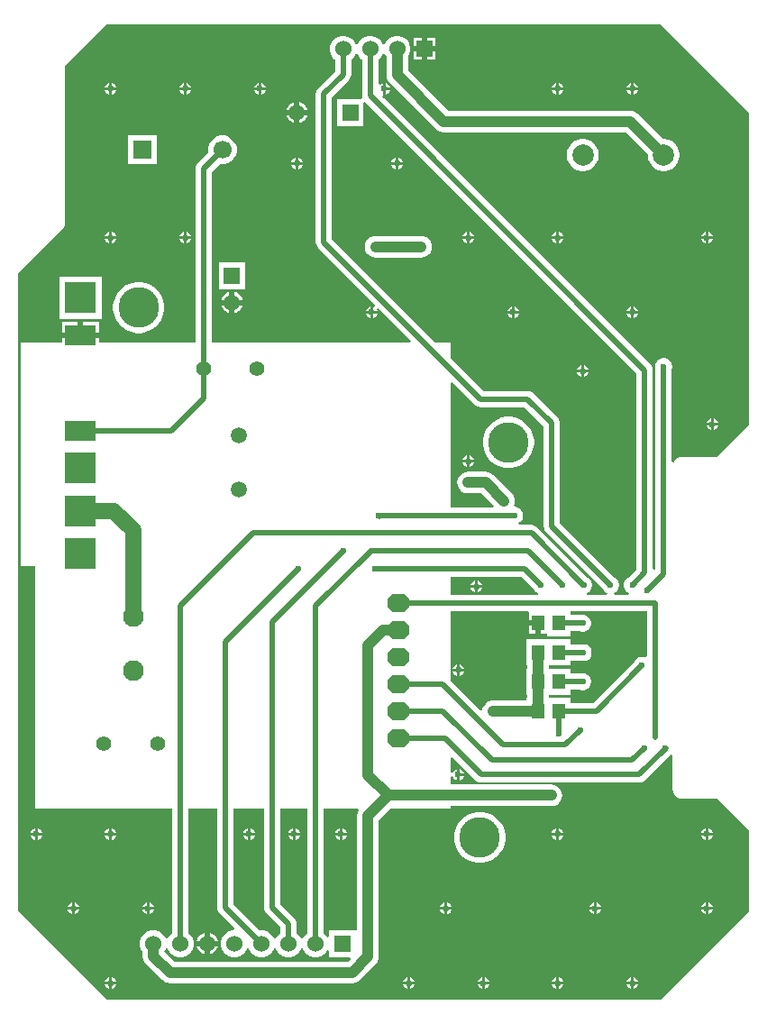
<source format=gbl>
G04*
G04 #@! TF.GenerationSoftware,Altium Limited,Altium Designer,23.4.1 (23)*
G04*
G04 Layer_Physical_Order=2*
G04 Layer_Color=16711680*
%FSLAX25Y25*%
%MOIN*%
G70*
G04*
G04 #@! TF.SameCoordinates,90884238-BF1D-4E64-AC19-F0AC37931AF7*
G04*
G04*
G04 #@! TF.FilePolarity,Positive*
G04*
G01*
G75*
%ADD18C,0.02000*%
%ADD70R,0.04724X0.05709*%
%ADD71C,0.04000*%
%ADD72C,0.06000*%
%ADD73C,0.14961*%
%ADD74C,0.06000*%
%ADD75R,0.06000X0.06000*%
G04:AMPARAMS|DCode=76|XSize=80mil|YSize=63.94mil|CornerRadius=0mil|HoleSize=0mil|Usage=FLASHONLY|Rotation=180.000|XOffset=0mil|YOffset=0mil|HoleType=Round|Shape=Octagon|*
%AMOCTAGOND76*
4,1,8,-0.04000,0.01598,-0.04000,-0.01598,-0.02402,-0.03197,0.02402,-0.03197,0.04000,-0.01598,0.04000,0.01598,0.02402,0.03197,-0.02402,0.03197,-0.04000,0.01598,0.0*
%
%ADD76OCTAGOND76*%

%ADD77R,0.11811X0.07617*%
%ADD78R,0.11811X0.11811*%
%ADD79C,0.07874*%
%ADD80C,0.07677*%
%ADD81R,0.05906X0.05906*%
%ADD82C,0.05906*%
%ADD83R,0.05906X0.05906*%
%ADD84C,0.05512*%
%ADD85R,0.06693X0.06693*%
%ADD86C,0.06693*%
%ADD87C,0.02362*%
G36*
X273901Y331509D02*
X273901Y216291D01*
X262009Y204399D01*
X249200D01*
X248268Y204277D01*
X247400Y203917D01*
X246655Y203345D01*
X246083Y202600D01*
X245955Y202290D01*
X245255Y202429D01*
Y236664D01*
X245410Y237244D01*
Y238073D01*
X245196Y238874D01*
X244781Y239593D01*
X244195Y240179D01*
X243476Y240594D01*
X242675Y240808D01*
X241846D01*
X241045Y240594D01*
X240327Y240179D01*
X239740Y239593D01*
X239326Y238874D01*
X239111Y238073D01*
Y237244D01*
X239266Y236664D01*
Y162671D01*
X238994Y162468D01*
X238294Y162820D01*
Y236400D01*
X238192Y237175D01*
X237893Y237897D01*
X237417Y238517D01*
X138317Y337617D01*
X138470Y338014D01*
X138500Y338053D01*
Y340445D01*
Y342599D01*
X137765Y342294D01*
X137394Y341924D01*
X136694Y342214D01*
Y351092D01*
X136751Y351124D01*
X137676Y352049D01*
X138330Y353182D01*
X138338Y353211D01*
X139062D01*
X139070Y353182D01*
X139697Y352096D01*
Y345700D01*
X139834Y344664D01*
X140234Y343699D01*
X140870Y342870D01*
X158170Y325570D01*
X158999Y324934D01*
X159964Y324534D01*
X161000Y324397D01*
X228103D01*
X236355Y316145D01*
Y315318D01*
X236582Y314177D01*
X237027Y313103D01*
X237673Y312136D01*
X238496Y311313D01*
X239463Y310667D01*
X240538Y310221D01*
X241679Y309995D01*
X242842D01*
X243983Y310221D01*
X245058Y310667D01*
X246025Y311313D01*
X246848Y312136D01*
X247494Y313103D01*
X247939Y314177D01*
X248166Y315318D01*
Y316482D01*
X247939Y317623D01*
X247494Y318697D01*
X246848Y319665D01*
X246025Y320487D01*
X245058Y321133D01*
X243983Y321579D01*
X242842Y321806D01*
X242016D01*
X232591Y331230D01*
X231762Y331867D01*
X230797Y332266D01*
X229761Y332403D01*
X162658D01*
X147703Y347358D01*
Y352096D01*
X148330Y353182D01*
X148669Y354446D01*
Y355754D01*
X148330Y357018D01*
X147676Y358151D01*
X146751Y359076D01*
X145618Y359730D01*
X144354Y360068D01*
X143046D01*
X141782Y359730D01*
X140649Y359076D01*
X139724Y358151D01*
X139070Y357018D01*
X139062Y356989D01*
X138338D01*
X138330Y357018D01*
X137676Y358151D01*
X136751Y359076D01*
X135618Y359730D01*
X134354Y360068D01*
X133046D01*
X131782Y359730D01*
X130649Y359076D01*
X129724Y358151D01*
X129070Y357018D01*
X129062Y356989D01*
X128338D01*
X128330Y357018D01*
X127676Y358151D01*
X126751Y359076D01*
X125618Y359730D01*
X124354Y360068D01*
X123046D01*
X121782Y359730D01*
X120649Y359076D01*
X119724Y358151D01*
X119070Y357018D01*
X118731Y355754D01*
Y354446D01*
X119070Y353182D01*
X119724Y352049D01*
X120649Y351124D01*
X120706Y351092D01*
Y346940D01*
X114483Y340717D01*
X114007Y340097D01*
X113708Y339375D01*
X113606Y338600D01*
Y283600D01*
X113708Y282825D01*
X114007Y282103D01*
X114483Y281483D01*
X135664Y260301D01*
X135268Y259708D01*
X134752Y259922D01*
Y258268D01*
X136406D01*
X136192Y258784D01*
X136785Y259180D01*
X148819Y247147D01*
X148551Y246500D01*
X75057D01*
Y309559D01*
X78064Y312565D01*
X78364Y312485D01*
X79764D01*
X81115Y312847D01*
X82327Y313547D01*
X83317Y314536D01*
X84017Y315749D01*
X84379Y317100D01*
Y318500D01*
X84017Y319851D01*
X83317Y321063D01*
X82327Y322053D01*
X81115Y322753D01*
X79764Y323115D01*
X78364D01*
X77012Y322753D01*
X75800Y322053D01*
X74811Y321063D01*
X74111Y319851D01*
X73749Y318500D01*
Y317100D01*
X73829Y316800D01*
X69945Y312916D01*
X69469Y312296D01*
X69170Y311574D01*
X69068Y310799D01*
Y246500D01*
X33517D01*
Y248300D01*
X26612D01*
X19706D01*
Y246500D01*
X9700D01*
Y246500D01*
X4600D01*
Y163900D01*
X9700D01*
Y74394D01*
X60506Y74394D01*
Y28308D01*
X60449Y28276D01*
X59524Y27351D01*
X58870Y26218D01*
X58862Y26189D01*
X58138D01*
X58130Y26218D01*
X57476Y27351D01*
X56551Y28276D01*
X55418Y28930D01*
X54154Y29269D01*
X52846D01*
X51582Y28930D01*
X50449Y28276D01*
X49524Y27351D01*
X48870Y26218D01*
X48531Y24954D01*
Y23646D01*
X48870Y22382D01*
X49524Y21249D01*
X49661Y21112D01*
Y19736D01*
X49798Y18700D01*
X50197Y17735D01*
X50834Y16906D01*
X56870Y10870D01*
X57699Y10233D01*
X58099Y10068D01*
X58664Y9834D01*
X59700Y9697D01*
X127100D01*
X128136Y9834D01*
X129101Y10233D01*
X129930Y10870D01*
X135830Y16770D01*
X136467Y17599D01*
X136866Y18564D01*
X137003Y19600D01*
Y70042D01*
X141355Y74394D01*
X163500D01*
Y75097D01*
X200700D01*
X201736Y75234D01*
X202701Y75634D01*
X203530Y76270D01*
X204167Y77099D01*
X204566Y78064D01*
X204703Y79100D01*
X204566Y80136D01*
X204167Y81101D01*
X203530Y81930D01*
X202701Y82566D01*
X201736Y82966D01*
X200700Y83103D01*
X163500D01*
Y86031D01*
X164200Y86170D01*
X164451Y85565D01*
X165065Y84951D01*
X165800Y84646D01*
Y86800D01*
Y88954D01*
X165065Y88649D01*
X164451Y88036D01*
X164200Y87430D01*
X163500Y87569D01*
Y92951D01*
X164147Y93219D01*
X172651Y84714D01*
X173271Y84238D01*
X173994Y83939D01*
X174768Y83837D01*
X233268D01*
X234043Y83939D01*
X234766Y84238D01*
X235386Y84714D01*
X244766Y94094D01*
X244913Y94180D01*
X245601Y93877D01*
Y81500D01*
X245723Y80568D01*
X246083Y79700D01*
X246655Y78955D01*
X247400Y78383D01*
X248268Y78023D01*
X249200Y77901D01*
X262009D01*
X273801Y66109D01*
Y36391D01*
X241009Y3599D01*
X36491D01*
X3599Y36491D01*
Y272209D01*
X19845Y288455D01*
X20417Y289200D01*
X20777Y290068D01*
X20899Y291000D01*
Y348809D01*
X36491Y364401D01*
X241009Y364401D01*
X273901Y331509D01*
D02*
G37*
G36*
X129070Y353182D02*
X129724Y352049D01*
X130649Y351124D01*
X130706Y351092D01*
Y338000D01*
X130802Y337269D01*
X130798Y337208D01*
X130425Y336569D01*
X121433D01*
Y326727D01*
X131276D01*
Y335200D01*
X131976Y335490D01*
X232306Y235160D01*
Y162740D01*
X229286Y159721D01*
X228766Y159420D01*
X228180Y158834D01*
X227765Y158116D01*
X227550Y157315D01*
Y156485D01*
X227765Y155684D01*
X228180Y154966D01*
X228766Y154380D01*
X229434Y153994D01*
X229451Y153930D01*
X229106Y153294D01*
X224194D01*
X223849Y153930D01*
X223866Y153994D01*
X224534Y154380D01*
X225120Y154966D01*
X225535Y155684D01*
X225750Y156485D01*
Y157315D01*
X225535Y158116D01*
X225120Y158834D01*
X224534Y159420D01*
X224014Y159721D01*
X203894Y179840D01*
Y216800D01*
X203792Y217575D01*
X203617Y217998D01*
X203493Y218297D01*
X203017Y218917D01*
X194117Y227817D01*
X193497Y228293D01*
X192775Y228592D01*
X192000Y228694D01*
X175740D01*
X163500Y240934D01*
Y246500D01*
X157934D01*
X119594Y284840D01*
Y337360D01*
X125817Y343583D01*
X126293Y344203D01*
X126592Y344925D01*
X126694Y345700D01*
Y351092D01*
X126751Y351124D01*
X127676Y352049D01*
X128330Y353182D01*
X128338Y353211D01*
X129062D01*
X129070Y353182D01*
D02*
G37*
G36*
X172383Y223583D02*
X173003Y223107D01*
X173725Y222808D01*
X174500Y222706D01*
X190760D01*
X197906Y215560D01*
Y178600D01*
X198008Y177825D01*
X198307Y177103D01*
X198783Y176483D01*
X219779Y155486D01*
X220080Y154966D01*
X220666Y154380D01*
X221334Y153994D01*
X221352Y153930D01*
X221006Y153294D01*
X217164D01*
X216784Y153244D01*
X213930D01*
X213838Y153944D01*
X213916Y153965D01*
X214634Y154380D01*
X215220Y154966D01*
X215635Y155684D01*
X215850Y156485D01*
Y157315D01*
X215635Y158116D01*
X215220Y158834D01*
X214634Y159420D01*
X214114Y159721D01*
X195617Y178217D01*
X194997Y178693D01*
X194275Y178992D01*
X193500Y179094D01*
X188727D01*
X188539Y179794D01*
X189034Y180080D01*
X189620Y180666D01*
X190035Y181384D01*
X190250Y182185D01*
Y183015D01*
X190035Y183816D01*
X189620Y184534D01*
X189034Y185120D01*
X188316Y185535D01*
X187515Y185750D01*
X187421D01*
X186953Y186450D01*
X187166Y186964D01*
X187303Y188000D01*
X187166Y189036D01*
X186767Y190001D01*
X186130Y190830D01*
X179330Y197630D01*
X178501Y198266D01*
X177536Y198666D01*
X176500Y198803D01*
X169900D01*
X168864Y198666D01*
X167899Y198266D01*
X167070Y197630D01*
X166434Y196801D01*
X166034Y195836D01*
X165897Y194800D01*
X166034Y193764D01*
X166434Y192799D01*
X167070Y191970D01*
X167899Y191333D01*
X168864Y190934D01*
X169900Y190797D01*
X174842D01*
X179398Y186241D01*
X179130Y185594D01*
X163500D01*
Y231551D01*
X164147Y231819D01*
X172383Y223583D01*
D02*
G37*
G36*
X194131Y155486D02*
X194432Y154966D01*
X195018Y154380D01*
X195736Y153965D01*
X195814Y153944D01*
X195722Y153244D01*
X163500D01*
Y159906D01*
X189712D01*
X194131Y155486D01*
D02*
G37*
G36*
X236048Y130470D02*
X235572Y130195D01*
X235348Y130153D01*
X234615Y130350D01*
X233785D01*
X232984Y130135D01*
X232266Y129720D01*
X231680Y129134D01*
X231379Y128614D01*
X216160Y113394D01*
X207968D01*
Y115223D01*
X199766D01*
Y116377D01*
X207968D01*
Y118206D01*
X211405D01*
X211985Y118050D01*
X212815D01*
X213616Y118265D01*
X214334Y118680D01*
X214920Y119266D01*
X215335Y119984D01*
X215550Y120785D01*
Y121615D01*
X215335Y122416D01*
X214920Y123134D01*
X214334Y123720D01*
X213616Y124135D01*
X212815Y124350D01*
X211985D01*
X211405Y124194D01*
X207968D01*
Y126023D01*
X199766D01*
Y127177D01*
X207968D01*
Y128906D01*
X211505D01*
X212085Y128750D01*
X212915D01*
X213716Y128965D01*
X214434Y129380D01*
X215020Y129966D01*
X215435Y130684D01*
X215650Y131485D01*
Y132315D01*
X215435Y133116D01*
X215020Y133834D01*
X214434Y134420D01*
X213716Y134835D01*
X212915Y135050D01*
X212085D01*
X211505Y134894D01*
X207968D01*
Y136823D01*
X191432D01*
Y127177D01*
X191760D01*
Y126023D01*
X191432D01*
Y116377D01*
X191760D01*
Y115223D01*
X191432D01*
Y114403D01*
X179400D01*
X178364Y114266D01*
X177798Y114032D01*
X177399Y113866D01*
X176570Y113230D01*
X176370Y113030D01*
X175733Y112201D01*
X175334Y111236D01*
X175259Y110666D01*
X174520Y110415D01*
X163500Y121434D01*
Y147256D01*
X192163D01*
X192401Y146654D01*
X192401Y146556D01*
Y143800D01*
X195763D01*
Y142800D01*
X196763D01*
Y138946D01*
X198606D01*
X199125Y138946D01*
X199306Y138321D01*
Y137977D01*
X207968D01*
Y139806D01*
X211405D01*
X211985Y139650D01*
X212815D01*
X213616Y139865D01*
X214334Y140280D01*
X214920Y140866D01*
X215335Y141584D01*
X215550Y142385D01*
Y143215D01*
X215335Y144016D01*
X214920Y144734D01*
X214334Y145320D01*
X213616Y145735D01*
X212815Y145950D01*
X211985D01*
X211405Y145794D01*
X207968D01*
Y147256D01*
X217114D01*
X217494Y147306D01*
X236048D01*
Y130470D01*
D02*
G37*
G36*
X129584Y73767D02*
X129534Y73701D01*
X129134Y72736D01*
X128997Y71700D01*
Y29682D01*
X128469Y29269D01*
X118532D01*
Y26922D01*
X117832Y26735D01*
X117476Y27351D01*
X116551Y28276D01*
X116494Y28308D01*
Y74394D01*
X129274Y74394D01*
X129584Y73767D01*
D02*
G37*
G36*
X110506Y28308D02*
X110449Y28276D01*
X109524Y27351D01*
X108870Y26218D01*
X108862Y26189D01*
X108138D01*
X108130Y26218D01*
X107476Y27351D01*
X106551Y28276D01*
X106494Y28308D01*
Y31600D01*
X106392Y32375D01*
X106093Y33097D01*
X105617Y33717D01*
X100463Y38872D01*
Y74394D01*
X110506D01*
Y28308D01*
D02*
G37*
G36*
X94474Y37631D02*
X94576Y36857D01*
X94876Y36134D01*
X95351Y35514D01*
X95351Y35514D01*
X100506Y30360D01*
Y28308D01*
X100449Y28276D01*
X99524Y27351D01*
X98870Y26218D01*
X98862Y26189D01*
X98138D01*
X98130Y26218D01*
X97476Y27351D01*
X96551Y28276D01*
X95418Y28930D01*
X94154Y29269D01*
X92846D01*
X92783Y29252D01*
X83161Y38874D01*
X83161Y74394D01*
X94474D01*
Y37631D01*
D02*
G37*
G36*
X77172Y37633D02*
X77275Y36858D01*
X77574Y36136D01*
X78049Y35516D01*
X78049Y35516D01*
X83597Y29969D01*
X83307Y29269D01*
X82846D01*
X81582Y28930D01*
X80449Y28276D01*
X79524Y27351D01*
X78870Y26218D01*
X78531Y24954D01*
Y23646D01*
X78870Y22382D01*
X79524Y21249D01*
X80449Y20324D01*
X81582Y19670D01*
X82846Y19331D01*
X84154D01*
X85418Y19670D01*
X86551Y20324D01*
X87476Y21249D01*
X88130Y22382D01*
X88138Y22411D01*
X88862D01*
X88870Y22382D01*
X89524Y21249D01*
X90449Y20324D01*
X91582Y19670D01*
X92846Y19331D01*
X94154D01*
X95418Y19670D01*
X96551Y20324D01*
X97476Y21249D01*
X98130Y22382D01*
X98138Y22411D01*
X98862D01*
X98870Y22382D01*
X99524Y21249D01*
X100449Y20324D01*
X101582Y19670D01*
X102846Y19331D01*
X104154D01*
X105418Y19670D01*
X106551Y20324D01*
X107476Y21249D01*
X108130Y22382D01*
X108138Y22411D01*
X108862D01*
X108870Y22382D01*
X109524Y21249D01*
X110449Y20324D01*
X111582Y19670D01*
X112846Y19331D01*
X114154D01*
X115418Y19670D01*
X116551Y20324D01*
X117476Y21249D01*
X117832Y21865D01*
X118532Y21678D01*
Y19331D01*
X126156D01*
X126424Y18685D01*
X125442Y17703D01*
X61358D01*
X57667Y21394D01*
Y21580D01*
X58130Y22382D01*
X58138Y22411D01*
X58862D01*
X58870Y22382D01*
X59524Y21249D01*
X60449Y20324D01*
X61582Y19670D01*
X62846Y19331D01*
X64154D01*
X65418Y19670D01*
X66551Y20324D01*
X67476Y21249D01*
X68130Y22382D01*
X68468Y23646D01*
Y24954D01*
X68130Y26218D01*
X67476Y27351D01*
X66551Y28276D01*
X66494Y28308D01*
Y74394D01*
X77172D01*
X77172Y37633D01*
D02*
G37*
%LPC*%
G36*
X157700Y359100D02*
X154700D01*
Y356100D01*
X157700D01*
Y359100D01*
D02*
G37*
G36*
X152700D02*
X149700D01*
Y356100D01*
X152700D01*
Y359100D01*
D02*
G37*
G36*
X157700Y354100D02*
X154700D01*
Y351100D01*
X157700D01*
Y354100D01*
D02*
G37*
G36*
X152700D02*
X149700D01*
Y351100D01*
X152700D01*
Y354100D01*
D02*
G37*
G36*
X231209Y342599D02*
Y340945D01*
X232862D01*
X232558Y341681D01*
X231944Y342294D01*
X231209Y342599D01*
D02*
G37*
G36*
X230209D02*
X229473Y342294D01*
X228860Y341681D01*
X228555Y340945D01*
X230209D01*
Y342599D01*
D02*
G37*
G36*
X203650D02*
Y340945D01*
X205303D01*
X204999Y341681D01*
X204385Y342294D01*
X203650Y342599D01*
D02*
G37*
G36*
X202650D02*
X201914Y342294D01*
X201301Y341681D01*
X200996Y340945D01*
X202650D01*
Y342599D01*
D02*
G37*
G36*
X139500D02*
Y340945D01*
X141154D01*
X140849Y341681D01*
X140235Y342294D01*
X139500Y342599D01*
D02*
G37*
G36*
X93413D02*
Y340945D01*
X95067D01*
X94762Y341681D01*
X94149Y342294D01*
X93413Y342599D01*
D02*
G37*
G36*
X92413D02*
X91678Y342294D01*
X91064Y341681D01*
X90760Y340945D01*
X92413D01*
Y342599D01*
D02*
G37*
G36*
X65854D02*
Y340945D01*
X67508D01*
X67203Y341681D01*
X66590Y342294D01*
X65854Y342599D01*
D02*
G37*
G36*
X64854D02*
X64119Y342294D01*
X63505Y341681D01*
X63201Y340945D01*
X64854D01*
Y342599D01*
D02*
G37*
G36*
X38295D02*
Y340945D01*
X39949D01*
X39644Y341681D01*
X39031Y342294D01*
X38295Y342599D01*
D02*
G37*
G36*
X37295D02*
X36560Y342294D01*
X35946Y341681D01*
X35642Y340945D01*
X37295D01*
Y342599D01*
D02*
G37*
G36*
X232862Y339945D02*
X231209D01*
Y338291D01*
X231944Y338596D01*
X232558Y339210D01*
X232862Y339945D01*
D02*
G37*
G36*
X230209D02*
X228555D01*
X228860Y339210D01*
X229473Y338596D01*
X230209Y338291D01*
Y339945D01*
D02*
G37*
G36*
X205303D02*
X203650D01*
Y338291D01*
X204385Y338596D01*
X204999Y339210D01*
X205303Y339945D01*
D02*
G37*
G36*
X202650D02*
X200996D01*
X201301Y339210D01*
X201914Y338596D01*
X202650Y338291D01*
Y339945D01*
D02*
G37*
G36*
X141154D02*
X139500D01*
Y338291D01*
X140235Y338596D01*
X140849Y339210D01*
X141154Y339945D01*
D02*
G37*
G36*
X95067D02*
X93413D01*
Y338291D01*
X94149Y338596D01*
X94762Y339210D01*
X95067Y339945D01*
D02*
G37*
G36*
X92413D02*
X90760D01*
X91064Y339210D01*
X91678Y338596D01*
X92413Y338291D01*
Y339945D01*
D02*
G37*
G36*
X67508D02*
X65854D01*
Y338291D01*
X66590Y338596D01*
X67203Y339210D01*
X67508Y339945D01*
D02*
G37*
G36*
X64854D02*
X63201D01*
X63505Y339210D01*
X64119Y338596D01*
X64854Y338291D01*
Y339945D01*
D02*
G37*
G36*
X39949D02*
X38295D01*
Y338291D01*
X39031Y338596D01*
X39644Y339210D01*
X39949Y339945D01*
D02*
G37*
G36*
X37295D02*
X35642D01*
X35946Y339210D01*
X36560Y338596D01*
X37295Y338291D01*
Y339945D01*
D02*
G37*
G36*
X107669Y335472D02*
Y332648D01*
X110494D01*
X110353Y333174D01*
X109832Y334075D01*
X109096Y334811D01*
X108195Y335331D01*
X107669Y335472D01*
D02*
G37*
G36*
X105669Y335472D02*
X105144Y335331D01*
X104242Y334811D01*
X103506Y334075D01*
X102986Y333174D01*
X102845Y332648D01*
X105669D01*
Y335472D01*
D02*
G37*
G36*
Y330648D02*
X102845D01*
X102986Y330122D01*
X103506Y329221D01*
X104242Y328485D01*
X105144Y327965D01*
X105669Y327824D01*
Y330648D01*
D02*
G37*
G36*
X110494D02*
X107669D01*
Y327824D01*
X108195Y327965D01*
X109096Y328485D01*
X109832Y329221D01*
X110353Y330122D01*
X110494Y330648D01*
D02*
G37*
G36*
X107193Y315040D02*
Y313386D01*
X108847D01*
X108542Y314121D01*
X107928Y314735D01*
X107193Y315040D01*
D02*
G37*
G36*
X106193D02*
X105457Y314735D01*
X104844Y314121D01*
X104539Y313386D01*
X106193D01*
Y315040D01*
D02*
G37*
G36*
X54851Y323115D02*
X44221D01*
Y312485D01*
X54851D01*
Y323115D01*
D02*
G37*
G36*
X108847Y312386D02*
X107193D01*
Y310732D01*
X107928Y311037D01*
X108542Y311650D01*
X108847Y312386D01*
D02*
G37*
G36*
X106193D02*
X104539D01*
X104844Y311650D01*
X105457Y311037D01*
X106193Y310732D01*
Y312386D01*
D02*
G37*
G36*
X212921Y321806D02*
X211758D01*
X210617Y321579D01*
X209542Y321133D01*
X208575Y320487D01*
X207752Y319665D01*
X207106Y318697D01*
X206661Y317623D01*
X206434Y316482D01*
Y315318D01*
X206661Y314177D01*
X207106Y313103D01*
X207752Y312136D01*
X208575Y311313D01*
X209542Y310667D01*
X210617Y310221D01*
X211758Y309995D01*
X212921D01*
X214062Y310221D01*
X215137Y310667D01*
X216104Y311313D01*
X216927Y312136D01*
X217573Y313103D01*
X218018Y314177D01*
X218245Y315318D01*
Y316482D01*
X218018Y317623D01*
X217573Y318697D01*
X216927Y319665D01*
X216104Y320487D01*
X215137Y321133D01*
X214062Y321579D01*
X212921Y321806D01*
D02*
G37*
G36*
X258768Y287480D02*
Y285827D01*
X260421D01*
X260117Y286562D01*
X259503Y287176D01*
X258768Y287480D01*
D02*
G37*
G36*
X257768D02*
X257032Y287176D01*
X256419Y286562D01*
X256114Y285827D01*
X257768D01*
Y287480D01*
D02*
G37*
G36*
X203650D02*
Y285827D01*
X205303D01*
X204999Y286562D01*
X204385Y287176D01*
X203650Y287480D01*
D02*
G37*
G36*
X202650D02*
X201914Y287176D01*
X201301Y286562D01*
X200996Y285827D01*
X202650D01*
Y287480D01*
D02*
G37*
G36*
X65854D02*
Y285827D01*
X67508D01*
X67203Y286562D01*
X66590Y287176D01*
X65854Y287480D01*
D02*
G37*
G36*
X64854D02*
X64119Y287176D01*
X63505Y286562D01*
X63201Y285827D01*
X64854D01*
Y287480D01*
D02*
G37*
G36*
X38295D02*
Y285827D01*
X39949D01*
X39644Y286562D01*
X39031Y287176D01*
X38295Y287480D01*
D02*
G37*
G36*
X37295D02*
X36560Y287176D01*
X35946Y286562D01*
X35642Y285827D01*
X37295D01*
Y287480D01*
D02*
G37*
G36*
X260421Y284827D02*
X258768D01*
Y283173D01*
X259503Y283478D01*
X260117Y284091D01*
X260421Y284827D01*
D02*
G37*
G36*
X257768D02*
X256114D01*
X256419Y284091D01*
X257032Y283478D01*
X257768Y283173D01*
Y284827D01*
D02*
G37*
G36*
X205303D02*
X203650D01*
Y283173D01*
X204385Y283478D01*
X204999Y284091D01*
X205303Y284827D01*
D02*
G37*
G36*
X202650D02*
X200996D01*
X201301Y284091D01*
X201914Y283478D01*
X202650Y283173D01*
Y284827D01*
D02*
G37*
G36*
X67508D02*
X65854D01*
Y283173D01*
X66590Y283478D01*
X67203Y284091D01*
X67508Y284827D01*
D02*
G37*
G36*
X64854D02*
X63201D01*
X63505Y284091D01*
X64119Y283478D01*
X64854Y283173D01*
Y284827D01*
D02*
G37*
G36*
X39949D02*
X38295D01*
Y283173D01*
X39031Y283478D01*
X39644Y284091D01*
X39949Y284827D01*
D02*
G37*
G36*
X37295D02*
X35642D01*
X35946Y284091D01*
X36560Y283478D01*
X37295Y283173D01*
Y284827D01*
D02*
G37*
G36*
X87594Y276164D02*
X77751D01*
Y266321D01*
X87594D01*
Y276164D01*
D02*
G37*
G36*
X83672Y265224D02*
Y262400D01*
X86497D01*
X86356Y262926D01*
X85835Y263827D01*
X85099Y264563D01*
X84198Y265083D01*
X83672Y265224D01*
D02*
G37*
G36*
X81672D02*
X81147Y265083D01*
X80245Y264563D01*
X79509Y263827D01*
X78989Y262926D01*
X78848Y262400D01*
X81672D01*
Y265224D01*
D02*
G37*
G36*
X231209Y259922D02*
Y258268D01*
X232862D01*
X232558Y259003D01*
X231944Y259617D01*
X231209Y259922D01*
D02*
G37*
G36*
X230209D02*
X229473Y259617D01*
X228860Y259003D01*
X228555Y258268D01*
X230209D01*
Y259922D01*
D02*
G37*
G36*
X133752D02*
X133017Y259617D01*
X132403Y259003D01*
X132098Y258268D01*
X133752D01*
Y259922D01*
D02*
G37*
G36*
X81672Y260400D02*
X78848D01*
X78989Y259874D01*
X79509Y258973D01*
X80245Y258237D01*
X81147Y257717D01*
X81672Y257576D01*
Y260400D01*
D02*
G37*
G36*
X86497D02*
X83672D01*
Y257576D01*
X84198Y257717D01*
X85099Y258237D01*
X85835Y258973D01*
X86356Y259874D01*
X86497Y260400D01*
D02*
G37*
G36*
X232862Y257268D02*
X231209D01*
Y255614D01*
X231944Y255919D01*
X232558Y256532D01*
X232862Y257268D01*
D02*
G37*
G36*
X230209D02*
X228555D01*
X228860Y256532D01*
X229473Y255919D01*
X230209Y255614D01*
Y257268D01*
D02*
G37*
G36*
X136406D02*
X134752D01*
Y255614D01*
X135487Y255919D01*
X136101Y256532D01*
X136406Y257268D01*
D02*
G37*
G36*
X133752D02*
X132098D01*
X132403Y256532D01*
X133017Y255919D01*
X133752Y255614D01*
Y257268D01*
D02*
G37*
G36*
X34486Y271022D02*
X18738D01*
Y255274D01*
X34486D01*
Y271022D01*
D02*
G37*
G36*
X33517Y254109D02*
X27612D01*
Y250300D01*
X33517D01*
Y254109D01*
D02*
G37*
G36*
X25612D02*
X19706D01*
Y250300D01*
X25612D01*
Y254109D01*
D02*
G37*
G36*
X49031Y268949D02*
X47169D01*
X45344Y268586D01*
X43624Y267873D01*
X42077Y266839D01*
X40761Y265523D01*
X39727Y263976D01*
X39014Y262256D01*
X38651Y260431D01*
Y258569D01*
X39014Y256744D01*
X39727Y255024D01*
X40761Y253477D01*
X42077Y252161D01*
X43624Y251127D01*
X45344Y250414D01*
X47169Y250051D01*
X49031D01*
X50856Y250414D01*
X52576Y251127D01*
X54123Y252161D01*
X55439Y253477D01*
X56473Y255024D01*
X57186Y256744D01*
X57549Y258569D01*
Y260431D01*
X57186Y262256D01*
X56473Y263976D01*
X55439Y265523D01*
X54123Y266839D01*
X52576Y267873D01*
X50856Y268586D01*
X49031Y268949D01*
D02*
G37*
G36*
X260800Y218554D02*
Y216900D01*
X262454D01*
X262149Y217635D01*
X261536Y218249D01*
X260800Y218554D01*
D02*
G37*
G36*
X259800D02*
X259065Y218249D01*
X258451Y217635D01*
X258146Y216900D01*
X259800D01*
Y218554D01*
D02*
G37*
G36*
X262454Y215900D02*
X260800D01*
Y214246D01*
X261536Y214551D01*
X262149Y215164D01*
X262454Y215900D01*
D02*
G37*
G36*
X259800D02*
X258146D01*
X258451Y215164D01*
X259065Y214551D01*
X259800Y214246D01*
Y215900D01*
D02*
G37*
G36*
X166800Y88954D02*
Y87300D01*
X168454D01*
X168149Y88036D01*
X167535Y88649D01*
X166800Y88954D01*
D02*
G37*
G36*
X168454Y86300D02*
X166800D01*
Y84646D01*
X167535Y84951D01*
X168149Y85565D01*
X168454Y86300D01*
D02*
G37*
G36*
X258768Y67008D02*
Y65354D01*
X260421D01*
X260117Y66090D01*
X259503Y66703D01*
X258768Y67008D01*
D02*
G37*
G36*
X257768D02*
X257032Y66703D01*
X256419Y66090D01*
X256114Y65354D01*
X257768D01*
Y67008D01*
D02*
G37*
G36*
X203650D02*
Y65354D01*
X205303D01*
X204999Y66090D01*
X204385Y66703D01*
X203650Y67008D01*
D02*
G37*
G36*
X202650D02*
X201914Y66703D01*
X201301Y66090D01*
X200996Y65354D01*
X202650D01*
Y67008D01*
D02*
G37*
G36*
X38295D02*
Y65354D01*
X39949D01*
X39644Y66090D01*
X39031Y66703D01*
X38295Y67008D01*
D02*
G37*
G36*
X37295D02*
X36560Y66703D01*
X35946Y66090D01*
X35642Y65354D01*
X37295D01*
Y67008D01*
D02*
G37*
G36*
X10736D02*
Y65354D01*
X12390D01*
X12085Y66090D01*
X11472Y66703D01*
X10736Y67008D01*
D02*
G37*
G36*
X9736D02*
X9001Y66703D01*
X8387Y66090D01*
X8083Y65354D01*
X9736D01*
Y67008D01*
D02*
G37*
G36*
X260421Y64354D02*
X258768D01*
Y62701D01*
X259503Y63005D01*
X260117Y63619D01*
X260421Y64354D01*
D02*
G37*
G36*
X257768D02*
X256114D01*
X256419Y63619D01*
X257032Y63005D01*
X257768Y62701D01*
Y64354D01*
D02*
G37*
G36*
X205303D02*
X203650D01*
Y62701D01*
X204385Y63005D01*
X204999Y63619D01*
X205303Y64354D01*
D02*
G37*
G36*
X202650D02*
X200996D01*
X201301Y63619D01*
X201914Y63005D01*
X202650Y62701D01*
Y64354D01*
D02*
G37*
G36*
X39949D02*
X38295D01*
Y62701D01*
X39031Y63005D01*
X39644Y63619D01*
X39949Y64354D01*
D02*
G37*
G36*
X37295D02*
X35642D01*
X35946Y63619D01*
X36560Y63005D01*
X37295Y62701D01*
Y64354D01*
D02*
G37*
G36*
X12390D02*
X10736D01*
Y62701D01*
X11472Y63005D01*
X12085Y63619D01*
X12390Y64354D01*
D02*
G37*
G36*
X9736D02*
X8083D01*
X8387Y63619D01*
X9001Y63005D01*
X9736Y62701D01*
Y64354D01*
D02*
G37*
G36*
X175231Y73049D02*
X173369D01*
X171544Y72686D01*
X169824Y71973D01*
X168277Y70939D01*
X166961Y69623D01*
X165927Y68076D01*
X165214Y66356D01*
X164851Y64531D01*
Y62669D01*
X165214Y60844D01*
X165927Y59124D01*
X166961Y57577D01*
X168277Y56261D01*
X169824Y55227D01*
X171544Y54514D01*
X173369Y54151D01*
X175231D01*
X177056Y54514D01*
X178776Y55227D01*
X180323Y56261D01*
X181639Y57577D01*
X182673Y59124D01*
X183386Y60844D01*
X183749Y62669D01*
Y64531D01*
X183386Y66356D01*
X182673Y68076D01*
X181639Y69623D01*
X180323Y70939D01*
X178776Y71973D01*
X177056Y72686D01*
X175231Y73049D01*
D02*
G37*
G36*
X258768Y39449D02*
Y37795D01*
X260421D01*
X260117Y38531D01*
X259503Y39144D01*
X258768Y39449D01*
D02*
G37*
G36*
X257768D02*
X257032Y39144D01*
X256419Y38531D01*
X256114Y37795D01*
X257768D01*
Y39449D01*
D02*
G37*
G36*
X217429D02*
Y37795D01*
X219083D01*
X218778Y38531D01*
X218165Y39144D01*
X217429Y39449D01*
D02*
G37*
G36*
X216429D02*
X215694Y39144D01*
X215080Y38531D01*
X214775Y37795D01*
X216429D01*
Y39449D01*
D02*
G37*
G36*
X162311D02*
Y37795D01*
X163965D01*
X163660Y38531D01*
X163047Y39144D01*
X162311Y39449D01*
D02*
G37*
G36*
X161311D02*
X160576Y39144D01*
X159962Y38531D01*
X159657Y37795D01*
X161311D01*
Y39449D01*
D02*
G37*
G36*
X52075D02*
Y37795D01*
X53728D01*
X53424Y38531D01*
X52810Y39144D01*
X52075Y39449D01*
D02*
G37*
G36*
X51075D02*
X50339Y39144D01*
X49726Y38531D01*
X49421Y37795D01*
X51075D01*
Y39449D01*
D02*
G37*
G36*
X24516D02*
Y37795D01*
X26169D01*
X25865Y38531D01*
X25251Y39144D01*
X24516Y39449D01*
D02*
G37*
G36*
X23516D02*
X22780Y39144D01*
X22167Y38531D01*
X21862Y37795D01*
X23516D01*
Y39449D01*
D02*
G37*
G36*
X260421Y36795D02*
X258768D01*
Y35142D01*
X259503Y35446D01*
X260117Y36060D01*
X260421Y36795D01*
D02*
G37*
G36*
X257768D02*
X256114D01*
X256419Y36060D01*
X257032Y35446D01*
X257768Y35142D01*
Y36795D01*
D02*
G37*
G36*
X219083D02*
X217429D01*
Y35142D01*
X218165Y35446D01*
X218778Y36060D01*
X219083Y36795D01*
D02*
G37*
G36*
X216429D02*
X214775D01*
X215080Y36060D01*
X215694Y35446D01*
X216429Y35142D01*
Y36795D01*
D02*
G37*
G36*
X163965D02*
X162311D01*
Y35142D01*
X163047Y35446D01*
X163660Y36060D01*
X163965Y36795D01*
D02*
G37*
G36*
X161311D02*
X159657D01*
X159962Y36060D01*
X160576Y35446D01*
X161311Y35142D01*
Y36795D01*
D02*
G37*
G36*
X53728D02*
X52075D01*
Y35142D01*
X52810Y35446D01*
X53424Y36060D01*
X53728Y36795D01*
D02*
G37*
G36*
X51075D02*
X49421D01*
X49726Y36060D01*
X50339Y35446D01*
X51075Y35142D01*
Y36795D01*
D02*
G37*
G36*
X26169D02*
X24516D01*
Y35142D01*
X25251Y35446D01*
X25865Y36060D01*
X26169Y36795D01*
D02*
G37*
G36*
X23516D02*
X21862D01*
X22167Y36060D01*
X22780Y35446D01*
X23516Y35142D01*
Y36795D01*
D02*
G37*
G36*
X231209Y11890D02*
Y10236D01*
X232862D01*
X232558Y10972D01*
X231944Y11585D01*
X231209Y11890D01*
D02*
G37*
G36*
X230209D02*
X229473Y11585D01*
X228860Y10972D01*
X228555Y10236D01*
X230209D01*
Y11890D01*
D02*
G37*
G36*
X203650D02*
Y10236D01*
X205303D01*
X204999Y10972D01*
X204385Y11585D01*
X203650Y11890D01*
D02*
G37*
G36*
X202650D02*
X201914Y11585D01*
X201301Y10972D01*
X200996Y10236D01*
X202650D01*
Y11890D01*
D02*
G37*
G36*
X176091D02*
Y10236D01*
X177744D01*
X177440Y10972D01*
X176826Y11585D01*
X176091Y11890D01*
D02*
G37*
G36*
X175091D02*
X174355Y11585D01*
X173742Y10972D01*
X173437Y10236D01*
X175091D01*
Y11890D01*
D02*
G37*
G36*
X148531D02*
Y10236D01*
X150185D01*
X149881Y10972D01*
X149267Y11585D01*
X148531Y11890D01*
D02*
G37*
G36*
X147531D02*
X146796Y11585D01*
X146183Y10972D01*
X145878Y10236D01*
X147531D01*
Y11890D01*
D02*
G37*
G36*
X38295D02*
Y10236D01*
X39949D01*
X39644Y10972D01*
X39031Y11585D01*
X38295Y11890D01*
D02*
G37*
G36*
X37295D02*
X36560Y11585D01*
X35946Y10972D01*
X35642Y10236D01*
X37295D01*
Y11890D01*
D02*
G37*
G36*
X232862Y9236D02*
X231209D01*
Y7582D01*
X231944Y7887D01*
X232558Y8501D01*
X232862Y9236D01*
D02*
G37*
G36*
X230209D02*
X228555D01*
X228860Y8501D01*
X229473Y7887D01*
X230209Y7582D01*
Y9236D01*
D02*
G37*
G36*
X205303D02*
X203650D01*
Y7582D01*
X204385Y7887D01*
X204999Y8501D01*
X205303Y9236D01*
D02*
G37*
G36*
X202650D02*
X200996D01*
X201301Y8501D01*
X201914Y7887D01*
X202650Y7582D01*
Y9236D01*
D02*
G37*
G36*
X177744D02*
X176091D01*
Y7582D01*
X176826Y7887D01*
X177440Y8501D01*
X177744Y9236D01*
D02*
G37*
G36*
X175091D02*
X173437D01*
X173742Y8501D01*
X174355Y7887D01*
X175091Y7582D01*
Y9236D01*
D02*
G37*
G36*
X150185D02*
X148531D01*
Y7582D01*
X149267Y7887D01*
X149881Y8501D01*
X150185Y9236D01*
D02*
G37*
G36*
X147531D02*
X145878D01*
X146183Y8501D01*
X146796Y7887D01*
X147531Y7582D01*
Y9236D01*
D02*
G37*
G36*
X39949D02*
X38295D01*
Y7582D01*
X39031Y7887D01*
X39644Y8501D01*
X39949Y9236D01*
D02*
G37*
G36*
X37295D02*
X35642D01*
X35946Y8501D01*
X36560Y7887D01*
X37295Y7582D01*
Y9236D01*
D02*
G37*
G36*
X144200Y315040D02*
Y313386D01*
X145854D01*
X145549Y314121D01*
X144936Y314735D01*
X144200Y315040D01*
D02*
G37*
G36*
X143200D02*
X142464Y314735D01*
X141851Y314121D01*
X141546Y313386D01*
X143200D01*
Y315040D01*
D02*
G37*
G36*
X145854Y312386D02*
X144200D01*
Y310732D01*
X144936Y311037D01*
X145549Y311650D01*
X145854Y312386D01*
D02*
G37*
G36*
X143200D02*
X141546D01*
X141851Y311650D01*
X142464Y311037D01*
X143200Y310732D01*
Y312386D01*
D02*
G37*
G36*
X170600Y287480D02*
Y285827D01*
X172254D01*
X171949Y286562D01*
X171335Y287176D01*
X170600Y287480D01*
D02*
G37*
G36*
X169600D02*
X168865Y287176D01*
X168251Y286562D01*
X167946Y285827D01*
X169600D01*
Y287480D01*
D02*
G37*
G36*
X172254Y284827D02*
X170600D01*
Y283173D01*
X171335Y283478D01*
X171949Y284091D01*
X172254Y284827D01*
D02*
G37*
G36*
X169600D02*
X167946D01*
X168251Y284091D01*
X168865Y283478D01*
X169600Y283173D01*
Y284827D01*
D02*
G37*
G36*
X152600Y286003D02*
X135800D01*
X134764Y285866D01*
X133799Y285467D01*
X132970Y284830D01*
X132334Y284001D01*
X131934Y283036D01*
X131797Y282000D01*
X131934Y280964D01*
X132334Y279999D01*
X132970Y279170D01*
X133799Y278534D01*
X134764Y278134D01*
X135800Y277997D01*
X152600D01*
X153636Y278134D01*
X154601Y278534D01*
X155430Y279170D01*
X156067Y279999D01*
X156466Y280964D01*
X156603Y282000D01*
X156466Y283036D01*
X156067Y284001D01*
X155430Y284830D01*
X154601Y285467D01*
X153636Y285866D01*
X152600Y286003D01*
D02*
G37*
G36*
X187125Y259922D02*
Y258268D01*
X188778D01*
X188474Y259003D01*
X187860Y259617D01*
X187125Y259922D01*
D02*
G37*
G36*
X186125D02*
X185389Y259617D01*
X184776Y259003D01*
X184471Y258268D01*
X186125D01*
Y259922D01*
D02*
G37*
G36*
X188778Y257268D02*
X187125D01*
Y255614D01*
X187860Y255919D01*
X188474Y256532D01*
X188778Y257268D01*
D02*
G37*
G36*
X186125D02*
X184471D01*
X184776Y256532D01*
X185389Y255919D01*
X186125Y255614D01*
Y257268D01*
D02*
G37*
G36*
X212839Y238091D02*
Y236438D01*
X214493D01*
X214188Y237173D01*
X213575Y237787D01*
X212839Y238091D01*
D02*
G37*
G36*
X211839D02*
X211104Y237787D01*
X210490Y237173D01*
X210186Y236438D01*
X211839D01*
Y238091D01*
D02*
G37*
G36*
X214493Y235438D02*
X212839D01*
Y233784D01*
X213575Y234089D01*
X214188Y234702D01*
X214493Y235438D01*
D02*
G37*
G36*
X211839D02*
X210186D01*
X210490Y234702D01*
X211104Y234089D01*
X211839Y233784D01*
Y235438D01*
D02*
G37*
G36*
X170600Y204803D02*
Y203150D01*
X172254D01*
X171949Y203885D01*
X171335Y204499D01*
X170600Y204803D01*
D02*
G37*
G36*
X169600D02*
X168865Y204499D01*
X168251Y203885D01*
X167946Y203150D01*
X169600D01*
Y204803D01*
D02*
G37*
G36*
X172254Y202150D02*
X170600D01*
Y200496D01*
X171335Y200801D01*
X171949Y201414D01*
X172254Y202150D01*
D02*
G37*
G36*
X169600D02*
X167946D01*
X168251Y201414D01*
X168865Y200801D01*
X169600Y200496D01*
Y202150D01*
D02*
G37*
G36*
X185831Y219149D02*
X183969D01*
X182144Y218786D01*
X180424Y218073D01*
X178877Y217039D01*
X177561Y215723D01*
X176527Y214176D01*
X175814Y212456D01*
X175451Y210631D01*
Y208769D01*
X175814Y206944D01*
X176527Y205224D01*
X177561Y203677D01*
X178877Y202361D01*
X180424Y201327D01*
X182144Y200614D01*
X183969Y200251D01*
X185831D01*
X187656Y200614D01*
X189376Y201327D01*
X190923Y202361D01*
X192239Y203677D01*
X193273Y205224D01*
X193986Y206944D01*
X194349Y208769D01*
Y210631D01*
X193986Y212456D01*
X193273Y214176D01*
X192239Y215723D01*
X190923Y217039D01*
X189376Y218073D01*
X187656Y218786D01*
X185831Y219149D01*
D02*
G37*
G36*
X173600Y158454D02*
Y156800D01*
X175254D01*
X174949Y157536D01*
X174336Y158149D01*
X173600Y158454D01*
D02*
G37*
G36*
X172600D02*
X171864Y158149D01*
X171251Y157536D01*
X170946Y156800D01*
X172600D01*
Y158454D01*
D02*
G37*
G36*
X175254Y155800D02*
X173600D01*
Y154146D01*
X174336Y154451D01*
X174949Y155064D01*
X175254Y155800D01*
D02*
G37*
G36*
X172600D02*
X170946D01*
X171251Y155064D01*
X171864Y154451D01*
X172600Y154146D01*
Y155800D01*
D02*
G37*
G36*
X194763Y141800D02*
X192401D01*
Y138946D01*
X194763D01*
Y141800D01*
D02*
G37*
G36*
X166900Y127654D02*
Y126000D01*
X168554D01*
X168249Y126735D01*
X167636Y127349D01*
X166900Y127654D01*
D02*
G37*
G36*
X165900D02*
X165164Y127349D01*
X164551Y126735D01*
X164246Y126000D01*
X165900D01*
Y127654D01*
D02*
G37*
G36*
X168554Y125000D02*
X166900D01*
Y123346D01*
X167636Y123651D01*
X168249Y124265D01*
X168554Y125000D01*
D02*
G37*
G36*
X165900D02*
X164246D01*
X164551Y124265D01*
X165164Y123651D01*
X165900Y123346D01*
Y125000D01*
D02*
G37*
G36*
X123431Y67008D02*
Y65354D01*
X125085D01*
X124780Y66090D01*
X124167Y66703D01*
X123431Y67008D01*
D02*
G37*
G36*
X122431D02*
X121696Y66703D01*
X121082Y66090D01*
X120777Y65354D01*
X122431D01*
Y67008D01*
D02*
G37*
G36*
X125085Y64354D02*
X123431D01*
Y62701D01*
X124167Y63005D01*
X124780Y63619D01*
X125085Y64354D01*
D02*
G37*
G36*
X122431D02*
X120777D01*
X121082Y63619D01*
X121696Y63005D01*
X122431Y62701D01*
Y64354D01*
D02*
G37*
G36*
X106165Y67008D02*
Y65354D01*
X107819D01*
X107514Y66090D01*
X106901Y66703D01*
X106165Y67008D01*
D02*
G37*
G36*
X105165D02*
X104430Y66703D01*
X103816Y66090D01*
X103512Y65354D01*
X105165D01*
Y67008D01*
D02*
G37*
G36*
X107819Y64354D02*
X106165D01*
Y62701D01*
X106901Y63005D01*
X107514Y63619D01*
X107819Y64354D01*
D02*
G37*
G36*
X105165D02*
X103512D01*
X103816Y63619D01*
X104430Y63005D01*
X105165Y62701D01*
Y64354D01*
D02*
G37*
G36*
X89499Y67008D02*
Y65354D01*
X91152D01*
X90848Y66090D01*
X90234Y66703D01*
X89499Y67008D01*
D02*
G37*
G36*
X88499D02*
X87763Y66703D01*
X87150Y66090D01*
X86845Y65354D01*
X88499D01*
Y67008D01*
D02*
G37*
G36*
X91152Y64354D02*
X89499D01*
Y62701D01*
X90234Y63005D01*
X90848Y63619D01*
X91152Y64354D01*
D02*
G37*
G36*
X88499D02*
X86845D01*
X87150Y63619D01*
X87763Y63005D01*
X88499Y62701D01*
Y64354D01*
D02*
G37*
G36*
X74500Y28173D02*
Y25300D01*
X77373D01*
X77227Y25844D01*
X76701Y26756D01*
X75956Y27501D01*
X75044Y28027D01*
X74500Y28173D01*
D02*
G37*
G36*
X72500D02*
X71956Y28027D01*
X71044Y27501D01*
X70299Y26756D01*
X69773Y25844D01*
X69627Y25300D01*
X72500D01*
Y28173D01*
D02*
G37*
G36*
X77373Y23300D02*
X74500D01*
Y20427D01*
X75044Y20573D01*
X75956Y21099D01*
X76701Y21844D01*
X77227Y22756D01*
X77373Y23300D01*
D02*
G37*
G36*
X72500D02*
X69627D01*
X69773Y22756D01*
X70299Y21844D01*
X71044Y21099D01*
X71956Y20573D01*
X72500Y20427D01*
Y23300D01*
D02*
G37*
%LPD*%
D18*
X217400Y110400D02*
X234200Y127200D01*
X203637Y110400D02*
X217400D01*
X242261Y161061D02*
Y237659D01*
X236200Y155000D02*
X242261Y161061D01*
X235300Y161500D02*
Y236400D01*
X133700Y338000D02*
X235300Y236400D01*
X230700Y156900D02*
X235300Y161500D01*
X217164Y150300D02*
X238900D01*
X238950Y150250D01*
X239042Y100631D02*
Y150258D01*
X200900Y178600D02*
Y216800D01*
X192000Y225700D02*
X200900Y216800D01*
X174500Y225700D02*
X192000D01*
X200900Y178600D02*
X222600Y156900D01*
X217114Y150250D02*
X217164Y150300D01*
X144200Y150250D02*
X217114D01*
X203637Y121200D02*
X212400D01*
X203637Y142800D02*
X212400D01*
X203737Y131900D02*
X212500D01*
X203600Y101800D02*
Y110363D01*
X182869Y97831D02*
X205931D01*
X160450Y120250D02*
X182869Y97831D01*
X205931D02*
X211400Y103300D01*
X133700Y338000D02*
Y355100D01*
X80167Y37633D02*
X93500Y24300D01*
X80167Y135867D02*
X93500Y149200D01*
X80167Y37633D02*
X80167Y126700D01*
Y135867D01*
X93500Y149200D02*
X107250Y162950D01*
X63500Y149200D02*
X90400Y176100D01*
X91000D01*
X63500Y24300D02*
X63500Y149200D01*
X116600Y283600D02*
X174500Y225700D01*
X144200Y120250D02*
X160450D01*
X144200Y100250D02*
X161350D01*
X174768Y86831D02*
X233268D01*
X161350Y100250D02*
X174768Y86831D01*
X160550Y110250D02*
X178700Y92100D01*
X144200Y110250D02*
X160550D01*
X178700Y92100D02*
X230505D01*
X235105Y96700D01*
X26612Y215904D02*
X28616Y213900D01*
X60200D02*
X72062Y225762D01*
X28616Y213900D02*
X60200D01*
X137307Y182631D02*
X137338Y182600D01*
X137112Y182631D02*
X137307D01*
X137338Y182600D02*
X187100D01*
X137082D02*
X137112Y182631D01*
X135600Y162900D02*
X136600D01*
X103500Y149200D02*
X123775Y169475D01*
X116600Y283600D02*
Y338600D01*
X97469Y143168D02*
X103500Y149200D01*
X97469Y37631D02*
Y143168D01*
X103500Y24300D02*
Y31600D01*
X97469Y37631D02*
X103500Y31600D01*
X113500Y24300D02*
Y149200D01*
X137200Y182500D02*
X137300Y182400D01*
X123802Y169500D02*
X123851D01*
X91000Y176100D02*
X193500D01*
X133700Y169500D02*
X192226D01*
X113500Y149200D02*
X133700Y169400D01*
X136600Y162900D02*
X190952D01*
X196952Y156900D01*
X192226Y169500D02*
X204826Y156900D01*
X193500Y176100D02*
X212631Y156969D01*
X123700Y345700D02*
Y355100D01*
X116600Y338600D02*
X123700Y345700D01*
X233268Y86831D02*
X243137Y96700D01*
X72062Y236900D02*
Y310799D01*
X79064Y317800D01*
X72062Y225762D02*
Y236900D01*
D70*
X195763Y110400D02*
D03*
X203637D02*
D03*
X195763Y142800D02*
D03*
X203637D02*
D03*
X195763Y132000D02*
D03*
X203637D02*
D03*
X195763Y121200D02*
D03*
X203637D02*
D03*
D71*
X143700Y345700D02*
Y355100D01*
Y345700D02*
X161000Y328400D01*
X229761D02*
X242261Y315900D01*
X161000Y328400D02*
X229761D01*
X179400Y110400D02*
X195763D01*
X179200Y110200D02*
X179400Y110400D01*
X195763Y121200D02*
Y132000D01*
Y110400D02*
Y121200D01*
X176500Y194800D02*
X183300Y188000D01*
X169900Y194800D02*
X176500D01*
X133000Y19600D02*
Y71700D01*
X140400Y79100D01*
X133000Y86500D02*
Y134700D01*
Y86500D02*
X140400Y79100D01*
X200700D01*
X133000Y134700D02*
X138382Y140082D01*
X127100Y13700D02*
X133000Y19600D01*
X144032Y140082D02*
X144200Y140250D01*
X138382Y140082D02*
X144032D01*
X59700Y13700D02*
X127100D01*
X53500Y24300D02*
X53664Y24136D01*
Y19736D02*
Y24136D01*
Y19736D02*
X59700Y13700D01*
X135800Y282000D02*
X152600D01*
D72*
X26612Y184408D02*
X38992D01*
X46082Y145085D02*
Y177318D01*
X38992Y184408D02*
X46082Y177318D01*
D73*
X48100Y259500D02*
D03*
X184900Y209700D02*
D03*
X174300Y63600D02*
D03*
D74*
X53500Y24300D02*
D03*
X63500D02*
D03*
X73500D02*
D03*
X83500D02*
D03*
X93500D02*
D03*
X103500D02*
D03*
X113500D02*
D03*
X143700Y355100D02*
D03*
X133700D02*
D03*
X123700D02*
D03*
D75*
X123500Y24300D02*
D03*
X153700Y355100D02*
D03*
D76*
X144200Y150250D02*
D03*
Y140250D02*
D03*
Y130250D02*
D03*
Y120250D02*
D03*
Y110250D02*
D03*
Y100250D02*
D03*
D77*
X26612Y214004D02*
D03*
Y249300D02*
D03*
D78*
Y168660D02*
D03*
Y184408D02*
D03*
Y263148D02*
D03*
Y200156D02*
D03*
D79*
X212339Y315900D02*
D03*
X242261D02*
D03*
D80*
X46082Y145085D02*
D03*
Y125400D02*
D03*
D81*
X126354Y331648D02*
D03*
D82*
X106669D02*
D03*
X85251Y212085D02*
D03*
Y192400D02*
D03*
X82672Y261400D02*
D03*
D83*
Y271242D02*
D03*
D84*
X35216Y98200D02*
D03*
X55216D02*
D03*
X72062Y236900D02*
D03*
X91747D02*
D03*
D85*
X49536Y317800D02*
D03*
D86*
X79064D02*
D03*
D87*
X258268Y37295D02*
D03*
X230709Y257768D02*
D03*
X260300Y216400D02*
D03*
X212339Y235938D02*
D03*
X173100Y156300D02*
D03*
X166300Y86800D02*
D03*
X234200Y127200D02*
D03*
X166400Y125500D02*
D03*
X242261Y237659D02*
D03*
X236200Y155000D02*
D03*
X230709Y340445D02*
D03*
X239000Y150300D02*
D03*
X212400Y121200D02*
D03*
X203150Y340445D02*
D03*
X179200Y110200D02*
D03*
X212400Y142800D02*
D03*
X212500Y131900D02*
D03*
X203600Y101800D02*
D03*
X139000Y340445D02*
D03*
X211400Y103300D02*
D03*
X170100Y285327D02*
D03*
Y202650D02*
D03*
X186625Y257768D02*
D03*
X143700Y312886D02*
D03*
X122931Y64854D02*
D03*
X105665D02*
D03*
X88999D02*
D03*
X258268Y285327D02*
D03*
Y64854D02*
D03*
X230709Y9736D02*
D03*
X203150Y285327D02*
D03*
Y64854D02*
D03*
X216929Y37295D02*
D03*
X203150Y9736D02*
D03*
X175591D02*
D03*
X161811Y37295D02*
D03*
X148031Y9736D02*
D03*
X134252Y257768D02*
D03*
X92913Y340445D02*
D03*
X106693Y312886D02*
D03*
X65354Y340445D02*
D03*
Y285327D02*
D03*
X37795Y340445D02*
D03*
Y285327D02*
D03*
Y64854D02*
D03*
X51575Y37295D02*
D03*
X37795Y9736D02*
D03*
X10236Y64854D02*
D03*
X24016Y37295D02*
D03*
X183300Y188000D02*
D03*
X169900Y194800D02*
D03*
X200800Y79000D02*
D03*
X135600Y162900D02*
D03*
X187100Y182600D02*
D03*
X135800Y282000D02*
D03*
X152600D02*
D03*
X136982Y182700D02*
D03*
X107300Y162900D02*
D03*
X123751Y169500D02*
D03*
X212700Y156900D02*
D03*
X222600D02*
D03*
X230700D02*
D03*
X204826D02*
D03*
X196952D02*
D03*
X239011Y101100D02*
D03*
X235105Y96700D02*
D03*
X242980D02*
D03*
M02*

</source>
